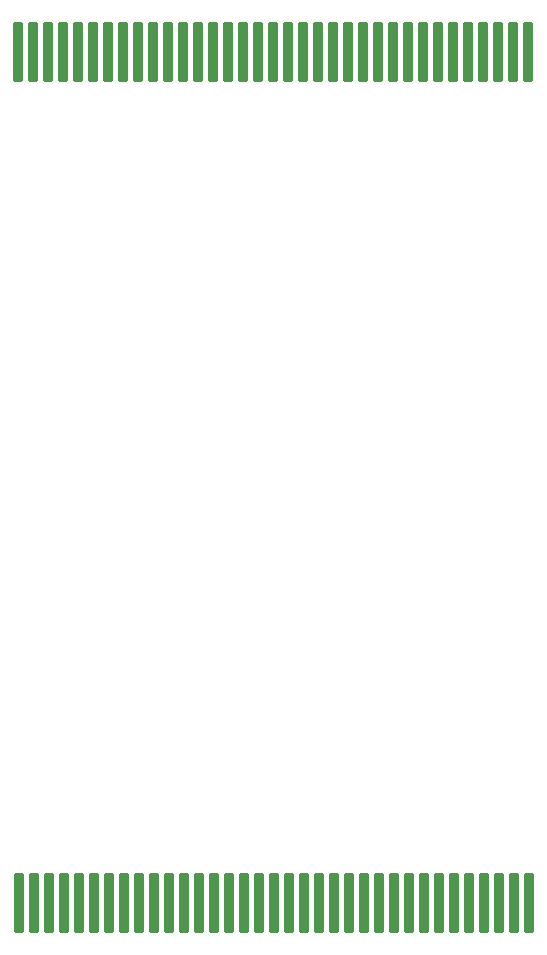
<source format=gtp>
%TF.GenerationSoftware,KiCad,Pcbnew,7.0.7*%
%TF.CreationDate,2024-02-23T14:46:40-08:00*%
%TF.ProjectId,JluxR2protoboard,4a6c7578-5232-4707-926f-746f626f6172,rev?*%
%TF.SameCoordinates,Original*%
%TF.FileFunction,Paste,Top*%
%TF.FilePolarity,Positive*%
%FSLAX46Y46*%
G04 Gerber Fmt 4.6, Leading zero omitted, Abs format (unit mm)*
G04 Created by KiCad (PCBNEW 7.0.7) date 2024-02-23 14:46:40*
%MOMM*%
%LPD*%
G01*
G04 APERTURE LIST*
G04 Aperture macros list*
%AMRoundRect*
0 Rectangle with rounded corners*
0 $1 Rounding radius*
0 $2 $3 $4 $5 $6 $7 $8 $9 X,Y pos of 4 corners*
0 Add a 4 corners polygon primitive as box body*
4,1,4,$2,$3,$4,$5,$6,$7,$8,$9,$2,$3,0*
0 Add four circle primitives for the rounded corners*
1,1,$1+$1,$2,$3*
1,1,$1+$1,$4,$5*
1,1,$1+$1,$6,$7*
1,1,$1+$1,$8,$9*
0 Add four rect primitives between the rounded corners*
20,1,$1+$1,$2,$3,$4,$5,0*
20,1,$1+$1,$4,$5,$6,$7,0*
20,1,$1+$1,$6,$7,$8,$9,0*
20,1,$1+$1,$8,$9,$2,$3,0*%
G04 Aperture macros list end*
%ADD10RoundRect,0.090000X-0.360000X-2.410000X0.360000X-2.410000X0.360000X2.410000X-0.360000X2.410000X0*%
%ADD11RoundRect,0.090000X0.360000X2.410000X-0.360000X2.410000X-0.360000X-2.410000X0.360000X-2.410000X0*%
G04 APERTURE END LIST*
D10*
%TO.C,J11*%
X84175600Y-22453600D03*
X85445600Y-22453600D03*
X86715600Y-22453600D03*
X87985600Y-22453600D03*
X89255600Y-22453600D03*
X90525600Y-22453600D03*
X91795600Y-22453600D03*
X93065600Y-22453600D03*
X94335600Y-22453600D03*
X95605600Y-22453600D03*
X96875600Y-22453600D03*
X98145600Y-22453600D03*
X99415600Y-22453600D03*
X100685600Y-22453600D03*
X101955600Y-22453600D03*
X103225600Y-22453600D03*
X104495600Y-22453600D03*
X105765600Y-22453600D03*
X107035600Y-22453600D03*
X108305600Y-22453600D03*
X109575600Y-22453600D03*
X110845600Y-22453600D03*
X112115600Y-22453600D03*
X113385600Y-22453600D03*
X114655600Y-22453600D03*
X115925600Y-22453600D03*
X117195600Y-22453600D03*
X118465600Y-22453600D03*
X119735600Y-22453600D03*
X121005600Y-22453600D03*
X122275600Y-22453600D03*
X123545600Y-22453600D03*
X80365600Y-22453600D03*
X81635600Y-22453600D03*
X82905600Y-22453600D03*
%TD*%
D11*
%TO.C,J12*%
X84201000Y-94488000D03*
X85471000Y-94488000D03*
X86741000Y-94488000D03*
X88011000Y-94488000D03*
X89281000Y-94488000D03*
X90551000Y-94488000D03*
X91821000Y-94488000D03*
X93091000Y-94488000D03*
X94361000Y-94488000D03*
X95631000Y-94488000D03*
X96901000Y-94488000D03*
X98171000Y-94488000D03*
X99441000Y-94488000D03*
X100711000Y-94488000D03*
X101981000Y-94488000D03*
X103251000Y-94488000D03*
X104521000Y-94488000D03*
X105791000Y-94488000D03*
X107061000Y-94488000D03*
X108331000Y-94488000D03*
X109601000Y-94488000D03*
X110871000Y-94488000D03*
X112141000Y-94488000D03*
X113411000Y-94488000D03*
X114681000Y-94488000D03*
X115951000Y-94488000D03*
X117221000Y-94488000D03*
X118491000Y-94488000D03*
X119761000Y-94488000D03*
X121031000Y-94488000D03*
X122301000Y-94488000D03*
X123571000Y-94488000D03*
X80391000Y-94488000D03*
X81661000Y-94488000D03*
X82931000Y-94488000D03*
%TD*%
M02*

</source>
